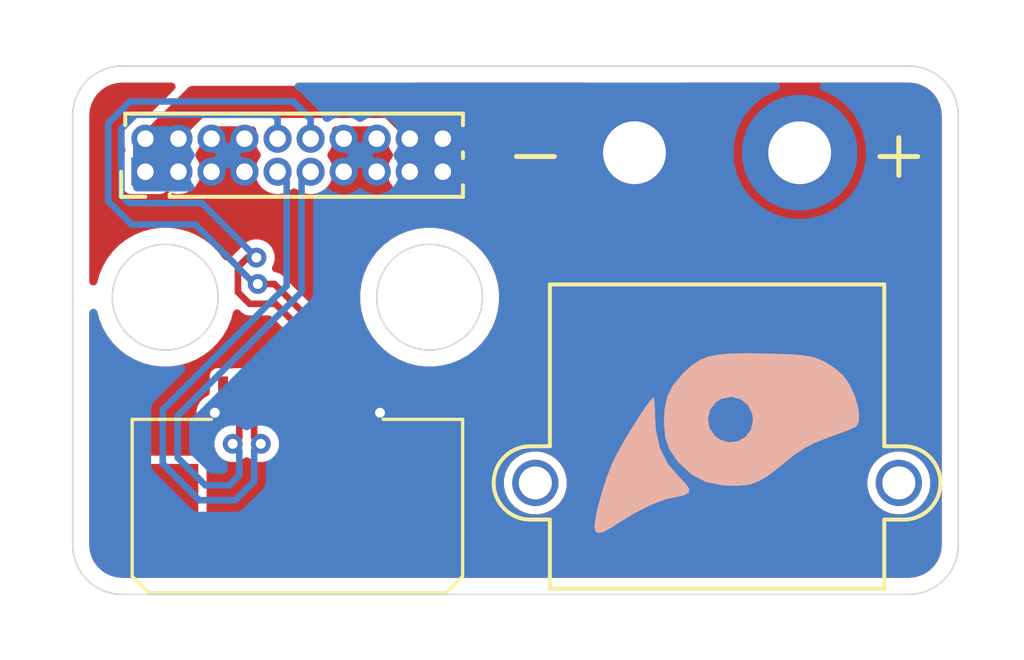
<source format=kicad_pcb>
(kicad_pcb (version 20241229) (generator "pcbnew") (generator_version "9.0")
  (layers (0 "F.Cu" signal) (2 "B.Cu" signal) (13 "F.Paste" user) (15 "B.Paste" user) (5 "F.SilkS" user "F.Silkscreen") (7 "B.SilkS" user "B.Silkscreen") (1 "F.Mask" user) (3 "B.Mask" user) (25 "Edge.Cuts" user))
  (net 0 "")
  (net 1 "+RAWVS")
  (net 2 "GND")
  (net 3 "Power UART RX")
  (net 4 "Power USB -")
  (net 5 "Power UART TX")
  (net 6 "Power USB +")
  (net 7 "Power GPIO 0")
  (net 8 "Power GPIO 1")
  (footprint "Connector_AMASS:AMASS_XT30PW-M_1x02_P2.50mm_Horizontal" (layer "F.Cu") (at 114.7 61.125 180)
    (property "Reference" "J1" (hide yes))
    (property "Value" "Conn_01x02_Socket" (hide yes))
    (fp_line (start 2.56 -8.89) (end 3.15 -8.89) (stroke (width 0.12)) (layer "F.SilkS"))
    (fp_line (start 2.56 -8.89) (end 2.56 -3.99) (stroke (width 0.12)) (layer "F.SilkS"))
    (fp_line (start 2.56 -11.11) (end 3.15 -11.11) (stroke (width 0.12)) (layer "F.SilkS"))
    (fp_line (start 2.56 -13.21) (end 2.56 -11.11) (stroke (width 0.12)) (layer "F.SilkS"))
    (fp_line (start -7.56 -3.99) (end 2.56 -3.99) (stroke (width 0.12)) (layer "F.SilkS"))
    (fp_line (start -7.56 -8.89) (end -7.56 -3.99) (stroke (width 0.12)) (layer "F.SilkS"))
    (fp_line (start -7.56 -13.21) (end 2.56 -13.21) (stroke (width 0.12)) (layer "F.SilkS"))
    (fp_line (start -7.56 -13.21) (end -7.56 -11.11) (stroke (width 0.12)) (layer "F.SilkS"))
    (fp_line (start -8.15 -8.89) (end -7.56 -8.89) (stroke (width 0.12)) (layer "F.SilkS"))
    (fp_line (start -8.15 -11.11) (end -7.56 -11.11) (stroke (width 0.12)) (layer "F.SilkS"))
    (fp_arc (start 3.15 -11.11) (mid 4.26 -10) (end 3.15 -8.89) (stroke (width 0.12)) (layer "F.SilkS"))
    (fp_arc (start -8.15 -8.89) (mid -9.26 -10) (end -8.15 -11.11) (stroke (width 0.12)) (layer "F.SilkS"))
    (fp_text user "+" (at -8 0 0) (layer "F.SilkS") (effects (font (size 1.5 1.5))))
    (fp_text user "-" (at 3 0 0) (layer "F.SilkS") (effects (font (size 1.5 1.5))))
    (pad "" thru_hole circle (at -8 -10 180) (size 1.4 1.4) (drill 1) (layers "*.Cu" "*.Mask"))
    (pad "" thru_hole circle (at 3 -10 180) (size 1.4 1.4) (drill 1) (layers "*.Cu" "*.Mask"))
    (pad "1" thru_hole roundrect (at 0 0 180) (size 3.5 3.5) (drill 1.9) (layers "*.Cu" "*.Mask") (roundrect_rratio 0.22) (net 2 "GND"))
    (pad "2" thru_hole circle (at -5 0 180) (size 3.5 3.5) (drill 1.9) (layers "*.Cu" "*.Mask") (net 1 "+RAWVS"))
  )
  (footprint "Connector_PinHeader_1.00mm:PinHeader_2x10_P1.00mm_Vertical" (layer "F.Cu") (at 99.9 61.7 90)
    (property "Reference" "J2" (hide yes))
    (property "Value" "Conn_02x10_Odd_Even" (hide yes))
    (fp_line (start -0.76 -0.735) (end 0 -0.735) (stroke (width 0.12)) (layer "F.SilkS"))
    (fp_line (start 1.76 -0.61) (end 1.76 9.61) (stroke (width 0.12)) (layer "F.SilkS"))
    (fp_line (start 1.41003 -0.61) (end 1.76 -0.61) (stroke (width 0.12)) (layer "F.SilkS"))
    (fp_line (start -0.76 0) (end -0.76 -0.735) (stroke (width 0.12)) (layer "F.SilkS"))
    (fp_line (start -0.76 0.735) (end -0.685565 0.735) (stroke (width 0.12)) (layer "F.SilkS"))
    (fp_line (start -0.76 0.735) (end -0.76 9.61) (stroke (width 0.12)) (layer "F.SilkS"))
    (fp_line (start 1.41003 9.61) (end 1.76 9.61) (stroke (width 0.12)) (layer "F.SilkS"))
    (fp_line (start 0.41003 9.61) (end 0.58997 9.61) (stroke (width 0.12)) (layer "F.SilkS"))
    (fp_line (start -0.76 9.61) (end -0.41003 9.61) (stroke (width 0.12)) (layer "F.SilkS"))
    (pad "1" thru_hole rect (at 0 0 90) (size 0.85 0.85) (drill 0.5) (layers "*.Cu" "*.Mask") (net 2 "GND"))
    (pad "2" thru_hole circle (at 1 0 90) (size 0.85 0.85) (drill 0.5) (layers "*.Cu" "*.Mask") (net 2 "GND"))
    (pad "3" thru_hole circle (at 0 1 90) (size 0.85 0.85) (drill 0.5) (layers "*.Cu" "*.Mask") (net 2 "GND"))
    (pad "4" thru_hole circle (at 1 1 90) (size 0.85 0.85) (drill 0.5) (layers "*.Cu" "*.Mask") (net 2 "GND"))
    (pad "5" thru_hole circle (at 0 2 90) (size 0.85 0.85) (drill 0.5) (layers "*.Cu" "*.Mask") (net 1 "+RAWVS"))
    (pad "6" thru_hole circle (at 1 2 90) (size 0.85 0.85) (drill 0.5) (layers "*.Cu" "*.Mask") (net 1 "+RAWVS"))
    (pad "7" thru_hole circle (at 0 3 90) (size 0.85 0.85) (drill 0.5) (layers "*.Cu" "*.Mask") (net 1 "+RAWVS"))
    (pad "8" thru_hole circle (at 1 3 90) (size 0.85 0.85) (drill 0.5) (layers "*.Cu" "*.Mask") (net 1 "+RAWVS"))
    (pad "9" thru_hole circle (at 0 4 90) (size 0.85 0.85) (drill 0.5) (layers "*.Cu" "*.Mask") (net 6 "Power USB +"))
    (pad "10" thru_hole circle (at 1 4 90) (size 0.85 0.85) (drill 0.5) (layers "*.Cu" "*.Mask") (net 5 "Power UART TX"))
    (pad "11" thru_hole circle (at 0 5 90) (size 0.85 0.85) (drill 0.5) (layers "*.Cu" "*.Mask") (net 4 "Power USB -"))
    (pad "12" thru_hole circle (at 1 5 90) (size 0.85 0.85) (drill 0.5) (layers "*.Cu" "*.Mask") (net 3 "Power UART RX"))
    (pad "13" thru_hole circle (at 0 6 90) (size 0.85 0.85) (drill 0.5) (layers "*.Cu" "*.Mask") (net 1 "+RAWVS"))
    (pad "14" thru_hole circle (at 1 6 90) (size 0.85 0.85) (drill 0.5) (layers "*.Cu" "*.Mask") (net 1 "+RAWVS"))
    (pad "15" thru_hole circle (at 0 7 90) (size 0.85 0.85) (drill 0.5) (layers "*.Cu" "*.Mask") (net 1 "+RAWVS"))
    (pad "16" thru_hole circle (at 1 7 90) (size 0.85 0.85) (drill 0.5) (layers "*.Cu" "*.Mask") (net 1 "+RAWVS"))
    (pad "17" thru_hole circle (at 0 8 90) (size 0.85 0.85) (drill 0.5) (layers "*.Cu" "*.Mask") (net 2 "GND"))
    (pad "18" thru_hole circle (at 1 8 90) (size 0.85 0.85) (drill 0.5) (layers "*.Cu" "*.Mask") (net 2 "GND"))
    (pad "19" thru_hole circle (at 0 9 90) (size 0.85 0.85) (drill 0.5) (layers "*.Cu" "*.Mask") (net 2 "GND"))
    (pad "20" thru_hole circle (at 1 9 90) (size 0.85 0.85) (drill 0.5) (layers "*.Cu" "*.Mask") (net 2 "GND"))
  )
  (footprint "FFC:FFC 0.8mm 10P" (layer "F.Cu") (at 104.5 69.1)
    (property "Reference" "U1" (hide yes))
    (property "Value" "~" (hide yes))
    (fp_line (start -5.000001 0.1) (end -5.000001 3.45) (stroke (width 0.1)) (layer "F.SilkS"))
    (fp_line (start -5.000001 3.45) (end -5.000001 4.849999) (stroke (width 0.1)) (layer "F.SilkS"))
    (fp_line (start -5.000001 4.849999) (end -4.500001 5.35) (stroke (width 0.1)) (layer "F.SilkS"))
    (fp_line (start -2.600001 0.1) (end -5.000001 0.1) (stroke (width 0.1)) (layer "F.SilkS"))
    (fp_line (start 4.499999 5.35) (end -4.500001 5.35) (stroke (width 0.1)) (layer "F.SilkS"))
    (fp_line (start 4.999999 0.1) (end 2.599999 0.1) (stroke (width 0.1)) (layer "F.SilkS"))
    (fp_line (start 4.999999 3.45) (end 4.999999 0.1) (stroke (width 0.1)) (layer "F.SilkS"))
    (fp_line (start 4.999999 3.45) (end 4.999999 4.849999) (stroke (width 0.1)) (layer "F.SilkS"))
    (fp_line (start 4.999999 4.849999) (end 4.499999 5.35) (stroke (width 0.1)) (layer "F.SilkS"))
    (pad "" smd rect (at -3.900001 2.55) (size 1.8 2.2) (layers "F.Cu" "F.Mask" "F.Paste"))
    (pad "" smd rect (at 3.899999 2.55) (size 1.8 2.2) (layers "F.Cu" "F.Mask" "F.Paste"))
    (pad "1" smd rect (at -2.250001 -0.65) (size 0.3 1.1) (layers "F.Cu" "F.Mask" "F.Paste") (net 2 "GND"))
    (pad "2" smd rect (at -1.750001 -0.65) (size 0.3 1.1) (layers "F.Cu" "F.Mask" "F.Paste") (net 4 "Power USB -"))
    (pad "3" smd rect (at -1.250001 -0.649999) (size 0.3 1.1) (layers "F.Cu" "F.Mask" "F.Paste") (net 6 "Power USB +"))
    (pad "4" smd rect (at -0.750001 -0.65) (size 0.3 1.1) (layers "F.Cu" "F.Mask" "F.Paste") (net 8 "Power GPIO 1"))
    (pad "5" smd rect (at -0.250001 -0.65) (size 0.3 1.1) (layers "F.Cu" "F.Mask" "F.Paste") (net 1 "+RAWVS"))
    (pad "6" smd rect (at 0.25 -0.65) (size 0.3 1.1) (layers "F.Cu" "F.Mask" "F.Paste") (net 1 "+RAWVS"))
    (pad "7" smd rect (at 0.749999 -0.65) (size 0.3 1.1) (layers "F.Cu" "F.Mask" "F.Paste") (net 7 "Power GPIO 0"))
    (pad "8" smd rect (at 1.249998 -0.65) (size 0.3 1.1) (layers "F.Cu" "F.Mask" "F.Paste") (net 5 "Power UART TX"))
    (pad "9" smd rect (at 1.749999 -0.65) (size 0.3 1.1) (layers "F.Cu" "F.Mask" "F.Paste") (net 3 "Power UART RX"))
    (pad "10" smd rect (at 2.249999 -0.65) (size 0.3 1.1) (layers "F.Cu" "F.Mask" "F.Paste") (net 2 "GND"))
  )
  (footprint "LOGO" (layer "B.Cu") (at 117.5 70 180)
    (property "Reference" "G***" (hide yes))
    (property "Value" "LOGO" (hide yes))
    (fp_poly (pts (xy 2.297355 1.399853) (xy 2.425981 1.233782) (xy 2.594527 0.988878) (xy 2.786639 0.691264) (xy 2.985966 0.367064) (xy 3.176156 0.042399) (xy 3.340856 -0.256606) (xy 3.463716 -0.503829) (xy 3.484683 -0.551435) (xy 3.632319 -0.932866) (xy 3.769731 -1.349654) (xy 3.885568 -1.76073) (xy 3.968482 -2.125024) (xy 4.007121 -2.401464) (xy 4.008554 -2.447088) (xy 3.982905 -2.594393) (xy 3.896406 -2.648933) (xy 3.734726 -2.608779) (xy 3.483536 -2.472004) (xy 3.296754 -2.351368) (xy 2.775785 -2.031367) (xy 2.284269 -1.783532) (xy 1.850089 -1.620751) (xy 1.593489 -1.564083) (xy 1.300882 -1.505648) (xy 1.153337 -1.419241) (xy 1.146859 -1.292318) (xy 1.277452 -1.112333) (xy 1.408737 -0.983902) (xy 1.785575 -0.55174) (xy 2.032278 -0.060547) (xy 2.155084 0.50461) (xy 2.172078 0.842826) (xy 2.178265 1.125944) (xy 2.194061 1.340863) (xy 2.216473 1.452656) (xy 2.224999 1.460968)) (fill yes) (layer "B.SilkS"))
    (fp_poly (pts (xy -0.080498 2.793867) (xy 0.291311 2.759704) (xy 0.587531 2.694994) (xy 0.832749 2.593627) (xy 1.051554 2.449489) (xy 1.268535 2.25647) (xy 1.351314 2.173453) (xy 1.629065 1.843441) (xy 1.802448 1.509869) (xy 1.889951 1.124665) (xy 1.910619 0.719433) (xy 1.874321 0.272492) (xy 1.751872 -0.095506) (xy 1.522938 -0.440243) (xy 1.460158 -0.514064) (xy 1.071066 -0.872589) (xy 0.639858 -1.096508) (xy 0.136236 -1.200339) (xy 0.01081 -1.208593) (xy -0.28665 -1.211925) (xy -0.548701 -1.197744) (xy -0.716176 -1.169687) (xy -0.970994 -1.068617) (xy -1.219156 -0.925512) (xy -1.503404 -0.713589) (xy -1.685842 -0.56205) (xy -2.035598 -0.28027) (xy -2.350653 -0.070026) (xy -2.686801 0.100164) (xy -3.09984 0.261782) (xy -3.22183 0.304598) (xy -3.50878 0.408231) (xy -3.746001 0.502084) (xy -3.893486 0.570061) (xy -3.914898 0.58349) (xy -3.991925 0.729281) (xy -3.993518 0.778936) (xy -0.785061 0.778936) (xy -0.723776 0.487191) (xy -0.558521 0.268436) (xy -0.323182 0.136914) (xy -0.051644 0.106867) (xy 0.222207 0.192536) (xy 0.363689 0.296128) (xy 0.528523 0.538856) (xy 0.573961 0.818218) (xy 0.507321 1.09203) (xy 0.335916 1.318106) (xy 0.168648 1.420805) (xy -0.136928 1.479431) (xy -0.414389 1.408777) (xy -0.633194 1.229397) (xy -0.762805 0.961845) (xy -0.785061 0.778936) (xy -3.993518 0.778936) (xy -3.999554 0.96714) (xy -3.946933 1.261518) (xy -3.843211 1.576864) (xy -3.697536 1.877631) (xy -3.519057 2.128267) (xy -3.51668 2.130906) (xy -3.290422 2.331536) (xy -3.00711 2.518533) (xy -2.865304 2.59051) (xy -2.706517 2.654574) (xy -2.544772 2.701979) (xy -2.352391 2.736022) (xy -2.101697 2.760002) (xy -1.765009 2.777217) (xy -1.314651 2.790965) (xy -1.149238 2.795) (xy -0.552485 2.803595)) (fill yes) (layer "B.SilkS"))
  )
  (gr_arc (start 97.7 60) (mid 98.13934 58.93934) (end 99.2 58.5) (stroke (width 0.05)) (layer "Edge.Cuts"))
  (gr_arc (start 99.2 74.5) (mid 98.13934 74.06066) (end 97.7 73) (stroke (width 0.05)) (layer "Edge.Cuts"))
  (gr_arc (start 124.5 73) (mid 124.06066 74.06066) (end 123 74.5) (stroke (width 0.05)) (layer "Edge.Cuts"))
  (gr_circle (center 100.5 65.5) (end 100.5 63.9) (stroke (width 0.05)) (fill no) (layer "Edge.Cuts"))
  (gr_line (start 124.5 60) (end 124.5 73) (stroke (width 0.05)) (layer "Edge.Cuts"))
  (gr_line (start 99.2 58.5) (end 123 58.5) (stroke (width 0.05)) (layer "Edge.Cuts"))
  (gr_circle (center 108.5 65.5) (end 108.5 63.9) (stroke (width 0.05)) (fill no) (layer "Edge.Cuts"))
  (gr_arc (start 123 58.5) (mid 124.06066 58.93934) (end 124.5 60) (stroke (width 0.05)) (layer "Edge.Cuts"))
  (gr_line (start 97.7 73) (end 97.7 60) (stroke (width 0.05)) (layer "Edge.Cuts"))
  (gr_line (start 123 74.5) (end 99.2 74.5) (stroke (width 0.05)) (layer "Edge.Cuts"))
  (segment (start 102.9 60.7) (end 102.9 61.7) (width 0.5) (layer "F.Cu") (net 1))
  (segment (start 105.9 60.7) (end 106.9 60.7) (width 0.5) (layer "F.Cu") (net 1))
  (segment (start 101.9 61.7) (end 101.9 61.9) (width 0.5) (layer "F.Cu") (net 1))
  (segment (start 104.249999 69.649999) (end 104.3 69.7) (width 0.2) (layer "F.Cu") (net 1))
  (segment (start 106.9 60.7) (end 106.9 61.7) (width 0.5) (layer "F.Cu") (net 1))
  (segment (start 101.9 60.7) (end 101.9 61.7) (width 0.5) (layer "F.Cu") (net 1))
  (segment (start 106.9 61.7) (end 105.9 61.7) (width 0.5) (layer "F.Cu") (net 1))
  (segment (start 104.249999 68.45) (end 104.249999 69.649999) (width 0.2) (layer "F.Cu") (net 1))
  (segment (start 104.7 69.7) (end 104.3 69.7) (width 0.2) (layer "F.Cu") (net 1))
  (segment (start 101.9 61.7) (end 102.9 61.7) (width 0.5) (layer "F.Cu") (net 1))
  (segment (start 101.9 60.7) (end 102.9 60.7) (width 0.5) (layer "F.Cu") (net 1))
  (segment (start 104.75 69.65) (end 104.7 69.7) (width 0.2) (layer "F.Cu") (net 1))
  (segment (start 104.75 68.45) (end 104.75 69.65) (width 0.2) (layer "F.Cu") (net 1))
  (segment (start 105.9 60.7) (end 105.9 61.7) (width 0.5) (layer "F.Cu") (net 1))
  (segment (start 101.9 61.7) (end 102.9 60.7) (width 0.5) (layer "B.Cu") (net 1))
  (segment (start 105.9 61.7) (end 106.9 60.7) (width 0.5) (layer "B.Cu") (net 1))
  (segment (start 102.9 61.7) (end 101.9 60.7) (width 0.5) (layer "B.Cu") (net 1))
  (segment (start 106.9 61.7) (end 105.9 60.7) (width 0.5) (layer "B.Cu") (net 1))
  (segment (start 107 69) (end 106.8 68.8) (width 0.2) (layer "F.Cu") (net 2))
  (segment (start 107.9 61.7) (end 108.9 60.7) (width 0.5) (layer "F.Cu") (net 2))
  (segment (start 100.9 60.7) (end 100.9 61.7) (width 0.5) (layer "F.Cu") (net 2))
  (segment (start 100.9 60.45) (end 101.526 59.824) (width 0.5) (layer "F.Cu") (net 2))
  (segment (start 108.9 60.7) (end 108.9 61.7) (width 0.5) (layer "F.Cu") (net 2))
  (segment (start 99.9 60.7) (end 100.9 60.7) (width 0.5) (layer "F.Cu") (net 2))
  (segment (start 100.9 60.7) (end 100.9 60.45) (width 0.5) (layer "F.Cu") (net 2))
  (segment (start 101.526 59.824) (end 107.262852 59.824) (width 0.5) (layer "F.Cu") (net 2))
  (segment (start 99.9 61.7) (end 99.9 60.7) (width 0.5) (layer "F.Cu") (net 2))
  (segment (start 107.262852 59.824) (end 107.9 60.461148) (width 0.5) (layer "F.Cu") (net 2))
  (segment (start 106.8 68.8) (end 106.8 68.500001) (width 0.2) (layer "F.Cu") (net 2))
  (segment (start 101.35 59.35) (end 107.4 59.35) (width 0.5) (layer "F.Cu") (net 2))
  (segment (start 107.9 60.7) (end 108.9 61.7) (width 0.5) (layer "F.Cu") (net 2))
  (segment (start 108.75 60.7) (end 108.9 60.7) (width 0.5) (layer "F.Cu") (net 2))
  (segment (start 108.9 61.7) (end 107.9 61.7) (width 0.5) (layer "F.Cu") (net 2))
  (segment (start 100.9 60.7) (end 99.9 61.7) (width 0.5) (layer "F.Cu") (net 2))
  (segment (start 102.246445 68.753555) (end 102.246445 68.453554) (width 0.2) (layer "F.Cu") (net 2))
  (segment (start 106.8 68.500001) (end 106.749999 68.45) (width 0.2) (layer "F.Cu") (net 2))
  (segment (start 99.9 60.7) (end 100 60.7) (width 0.5) (layer "F.Cu") (net 2))
  (segment (start 107.9 60.461148) (end 107.9 60.7) (width 0.5) (layer "F.Cu") (net 2))
  (segment (start 100.9 61.7) (end 99.9 61.7) (width 0.5) (layer "F.Cu") (net 2))
  (segment (start 107.4 59.35) (end 108.75 60.7) (width 0.5) (layer "F.Cu") (net 2))
  (segment (start 102 69) (end 102.246445 68.753555) (width 0.2) (layer "F.Cu") (net 2))
  (segment (start 102.246445 68.453554) (end 102.249999 68.45) (width 0.2) (layer "F.Cu") (net 2))
  (segment (start 107.9 60.7) (end 108.9 60.7) (width 0.5) (layer "F.Cu") (net 2))
  (segment (start 107.9 61.7) (end 107.9 60.7) (width 0.5) (layer "F.Cu") (net 2))
  (segment (start 99.9 60.7) (end 100.9 61.7) (width 0.5) (layer "F.Cu") (net 2))
  (segment (start 100 60.7) (end 101.35 59.35) (width 0.5) (layer "F.Cu") (net 2))
  (via (at 102 69) (size 0.6) (drill 0.3) (layers "F.Cu" "B.Cu") (net 2))
  (via (at 107 69) (size 0.6) (drill 0.3) (layers "F.Cu" "B.Cu") (net 2))
  (segment (start 106.249999 67.549999) (end 106.249999 68.45) (width 0.2) (layer "F.Cu") (net 3))
  (segment (start 103.8 65.1) (end 106.249999 67.549999) (width 0.2) (layer "F.Cu") (net 3))
  (segment (start 103.301 65.1) (end 103.8 65.1) (width 0.2) (layer "F.Cu") (net 3))
  (via (at 103.301 65.1) (size 0.6) (drill 0.3) (layers "F.Cu" "B.Cu") (net 3))
  (segment (start 101.411685 63.299) (end 99.4799 63.299) (width 0.2) (layer "B.Cu") (net 3))
  (segment (start 104.37404 59.573) (end 104.9 60.09896) (width 0.2) (layer "B.Cu") (net 3))
  (segment (start 103.2 65.1) (end 102.701 64.601) (width 0.2) (layer "B.Cu") (net 3))
  (segment (start 99.43318 59.573) (end 104.37404 59.573) (width 0.2) (layer "B.Cu") (net 3))
  (segment (start 102.701 64.601) (end 102.701 64.588315) (width 0.2) (layer "B.Cu") (net 3))
  (segment (start 104.9 60.09896) (end 104.9 60.7) (width 0.2) (layer "B.Cu") (net 3))
  (segment (start 102.701 64.588315) (end 101.411685 63.299) (width 0.2) (layer "B.Cu") (net 3))
  (segment (start 99.4799 63.299) (end 98.773 62.5921) (width 0.2) (layer "B.Cu") (net 3))
  (segment (start 98.773 62.5921) (end 98.773 60.23318) (width 0.2) (layer "B.Cu") (net 3))
  (segment (start 103.301 65.1) (end 103.2 65.1) (width 0.2) (layer "B.Cu") (net 3))
  (segment (start 98.773 60.23318) (end 99.43318 59.573) (width 0.2) (layer "B.Cu") (net 3))
  (segment (start 102.774999 68.475) (end 102.749999 68.45) (width 0.2) (layer "F.Cu") (net 4))
  (segment (start 102.74202 69.022774) (end 102.774999 68.989795) (width 0.2) (layer "F.Cu") (net 4))
  (segment (start 102.54202 69.941321) (end 102.74202 69.741321) (width 0.2) (layer "F.Cu") (net 4))
  (segment (start 102.774999 68.989795) (end 102.774999 68.475) (width 0.2) (layer "F.Cu") (net 4))
  (segment (start 102.74202 69.741321) (end 102.74202 69.022774) (width 0.2) (layer "F.Cu") (net 4))
  (via (at 102.54202 69.941321) (size 0.6) (drill 0.3) (layers "F.Cu" "B.Cu") (net 4))
  (segment (start 102.432882 71.19892) (end 102.742019 70.889783) (width 0.2) (layer "B.Cu") (net 4))
  (segment (start 100.875 69.093198) (end 100.875 70.356802) (width 0.2) (layer "B.Cu") (net 4))
  (segment (start 102.742019 70.889783) (end 102.742019 70.14132) (width 0.2) (layer "B.Cu") (net 4))
  (segment (start 100.875 70.356802) (end 101.717118 71.19892) (width 0.2) (layer "B.Cu") (net 4))
  (segment (start 102.742019 70.14132) (end 102.54202 69.941321) (width 0.2) (layer "B.Cu") (net 4))
  (segment (start 104.625001 61.974999) (end 104.625001 65.343197) (width 0.2) (layer "B.Cu") (net 4))
  (segment (start 104.9 61.7) (end 104.625001 61.974999) (width 0.2) (layer "B.Cu") (net 4))
  (segment (start 104.625001 65.343197) (end 100.875 69.093198) (width 0.2) (layer "B.Cu") (net 4))
  (segment (start 101.717118 71.19892) (end 102.432882 71.19892) (width 0.2) (layer "B.Cu") (net 4))
  (segment (start 102.7 65.348943) (end 103.052057 65.701) (width 0.2) (layer "F.Cu") (net 5))
  (segment (start 102.7 64.851057) (end 102.7 65.348943) (width 0.2) (layer "F.Cu") (net 5))
  (segment (start 102.701 64.588315) (end 102.701 64.850057) (width 0.2) (layer "F.Cu") (net 5))
  (segment (start 103.259791 64.301059) (end 102.988256 64.301059) (width 0.2) (layer "F.Cu") (net 5))
  (segment (start 103.052057 65.701) (end 103.549943 65.701) (width 0.2) (layer "F.Cu") (net 5))
  (segment (start 105.700999 68.45) (end 105.749998 68.45) (width 0.2) (layer "F.Cu") (net 5))
  (segment (start 102.701 64.850057) (end 102.7 64.851057) (width 0.2) (layer "F.Cu") (net 5))
  (segment (start 102.988256 64.301059) (end 102.701 64.588315) (width 0.2) (layer "F.Cu") (net 5))
  (segment (start 103.8329 65.7) (end 105.700999 67.568099) (width 0.2) (layer "F.Cu") (net 5))
  (segment (start 103.550943 65.7) (end 103.8329 65.7) (width 0.2) (layer "F.Cu") (net 5))
  (segment (start 103.549943 65.701) (end 103.550943 65.7) (width 0.2) (layer "F.Cu") (net 5))
  (segment (start 105.700999 67.568099) (end 105.700999 68.45) (width 0.2) (layer "F.Cu") (net 5))
  (via (at 103.259791 64.301059) (size 0.6) (drill 0.3) (layers "F.Cu" "B.Cu") (net 5))
  (segment (start 99.174 60.39928) (end 99.59928 59.974) (width 0.2) (layer "B.Cu") (net 5))
  (segment (start 103.259791 64.301059) (end 101.608732 62.65) (width 0.2) (layer "B.Cu") (net 5))
  (segment (start 99.174 62.426) (end 99.174 60.39928) (width 0.2) (layer "B.Cu") (net 5))
  (segment (start 103.9 60.09896) (end 103.9 60.7) (width 0.2) (layer "B.Cu") (net 5))
  (segment (start 99.398 62.65) (end 99.174 62.426) (width 0.2) (layer "B.Cu") (net 5))
  (segment (start 101.608732 62.65) (end 99.398 62.65) (width 0.2) (layer "B.Cu") (net 5))
  (segment (start 99.59928 59.974) (end 103.77504 59.974) (width 0.2) (layer "B.Cu") (net 5))
  (segment (start 103.77504 59.974) (end 103.9 60.09896) (width 0.2) (layer "B.Cu") (net 5))
  (segment (start 103.39202 69.941321) (end 103.19202 69.741321) (width 0.2) (layer "F.Cu") (net 6))
  (segment (start 103.19202 69.741321) (end 103.19202 69.19498) (width 0.2) (layer "F.Cu") (net 6))
  (segment (start 103.225 69.162) (end 103.225 68.475) (width 0.2) (layer "F.Cu") (net 6))
  (segment (start 103.225 68.475) (end 103.249999 68.450001) (width 0.2) (layer "F.Cu") (net 6))
  (segment (start 103.19202 69.19498) (end 103.225 69.162) (width 0.2) (layer "F.Cu") (net 6))
  (via (at 103.39202 69.941321) (size 0.6) (drill 0.3) (layers "F.Cu" "B.Cu") (net 6))
  (segment (start 103.192021 70.14132) (end 103.39202 69.941321) (width 0.2) (layer "B.Cu") (net 6))
  (segment (start 102.619278 71.64892) (end 103.192021 71.076177) (width 0.2) (layer "B.Cu") (net 6))
  (segment (start 104.174999 61.974999) (end 104.174999 65.156803) (width 0.2) (layer "B.Cu") (net 6))
  (segment (start 104.174999 65.156803) (end 100.425 68.906802) (width 0.2) (layer "B.Cu") (net 6))
  (segment (start 103.9 61.7) (end 104.174999 61.974999) (width 0.2) (layer "B.Cu") (net 6))
  (segment (start 100.425 70.543198) (end 101.530722 71.64892) (width 0.2) (layer "B.Cu") (net 6))
  (segment (start 100.425 68.906802) (end 100.425 70.543198) (width 0.2) (layer "B.Cu") (net 6))
  (segment (start 103.192021 71.076177) (end 103.192021 70.14132) (width 0.2) (layer "B.Cu") (net 6))
  (segment (start 101.530722 71.64892) (end 102.619278 71.64892) (width 0.2) (layer "B.Cu") (net 6))
  (zone (net 1) (net_name "+RAWVS") (layer "F.Cu") (priority 1) (connect_pads yes (clearance 0.25)) (min_thickness 0.25) (fill yes (thermal_gap 0.5) (thermal_bridge_width 0.5))
    (polygon (pts (xy 95.5 56.5) (xy 126.5 56.5) (xy 126.5 76.5) (xy 95.5 76.5)))
  )
  (zone (net 2) (net_name "GND") (layer "B.Cu") (connect_pads yes (clearance 0.25)) (min_thickness 0.25) (fill yes (thermal_gap 0.5) (thermal_bridge_width 0.5))
    (polygon (pts (xy 96.5 57.5) (xy 125.5 57.5) (xy 125.5 75.5) (xy 96.5 75.5)))
  )
)
</source>
